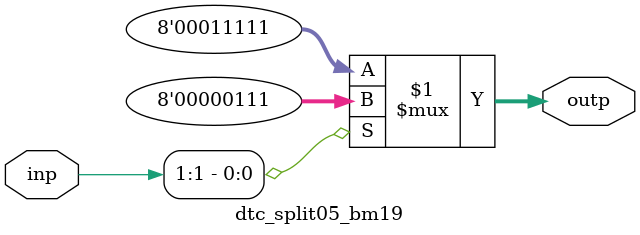
<source format=v>
module dtc_split05_bm19 (
	input  wire [8-1:0] inp,
	output wire [8-1:0] outp
);


	assign outp = (inp[1]) ? 8'b00000111 : 8'b00011111;

endmodule
</source>
